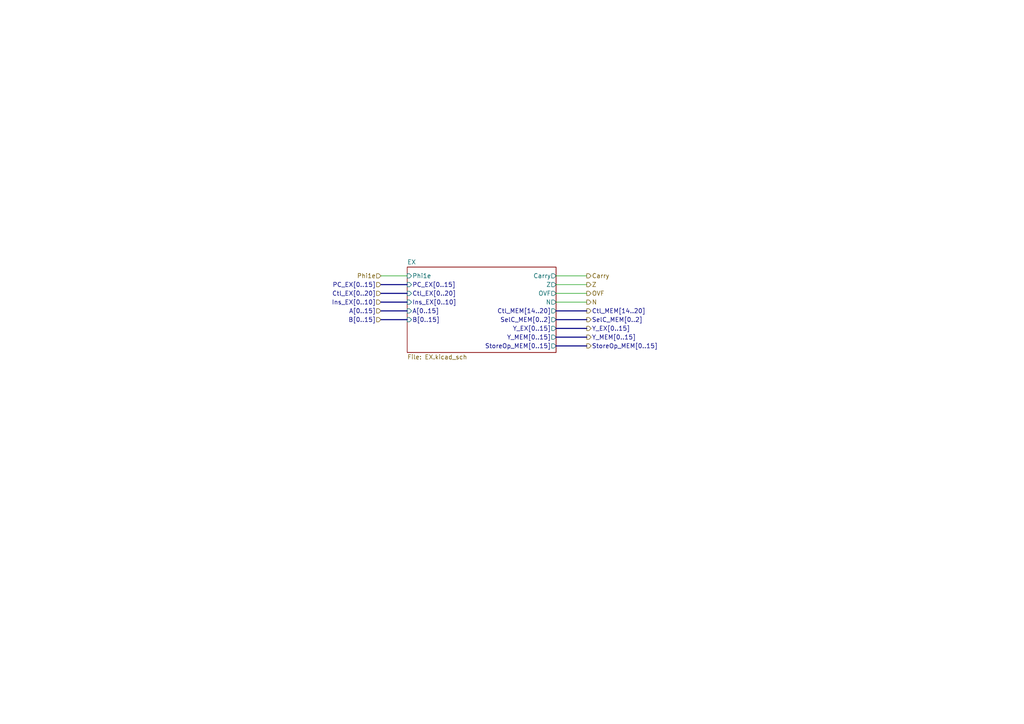
<source format=kicad_sch>
(kicad_sch
	(version 20250114)
	(generator "eeschema")
	(generator_version "9.0")
	(uuid "8b7400fb-8e9d-4842-8352-d73f66f26168")
	(paper "A4")
	(title_block
		(date "2025-07-02")
		(rev "A")
	)
	(lib_symbols)
	(bus
		(pts
			(xy 110.49 82.55) (xy 118.11 82.55)
		)
		(stroke
			(width 0)
			(type default)
		)
		(uuid "0e62ff3e-871e-4af1-a266-7ed82651c03b")
	)
	(wire
		(pts
			(xy 161.29 82.55) (xy 170.18 82.55)
		)
		(stroke
			(width 0)
			(type default)
		)
		(uuid "2403d548-799d-446e-8c7d-c914d679c9da")
	)
	(bus
		(pts
			(xy 161.29 95.25) (xy 170.18 95.25)
		)
		(stroke
			(width 0)
			(type default)
		)
		(uuid "2d9287dc-c4c1-446f-9994-0aad09506e0e")
	)
	(bus
		(pts
			(xy 161.29 90.17) (xy 170.18 90.17)
		)
		(stroke
			(width 0)
			(type default)
		)
		(uuid "2e53ee5a-9df8-482b-babb-03ac3c30a75b")
	)
	(bus
		(pts
			(xy 161.29 100.33) (xy 170.18 100.33)
		)
		(stroke
			(width 0)
			(type default)
		)
		(uuid "470bc682-14c5-4222-966c-39fa0e3929af")
	)
	(bus
		(pts
			(xy 161.29 92.71) (xy 170.18 92.71)
		)
		(stroke
			(width 0)
			(type default)
		)
		(uuid "49f6e41d-2a35-44a5-a34a-61f4099ed1cc")
	)
	(wire
		(pts
			(xy 161.29 87.63) (xy 170.18 87.63)
		)
		(stroke
			(width 0)
			(type default)
		)
		(uuid "6e249ff1-4ecc-4988-9e9c-90d5f04faf04")
	)
	(bus
		(pts
			(xy 110.49 90.17) (xy 118.11 90.17)
		)
		(stroke
			(width 0)
			(type default)
		)
		(uuid "817288b4-e499-47fb-aea8-0d65e04e4761")
	)
	(wire
		(pts
			(xy 161.29 80.01) (xy 170.18 80.01)
		)
		(stroke
			(width 0)
			(type default)
		)
		(uuid "a2f7036d-df26-482c-9e60-9bf750f84ed3")
	)
	(bus
		(pts
			(xy 161.29 97.79) (xy 170.18 97.79)
		)
		(stroke
			(width 0)
			(type default)
		)
		(uuid "a69dc92f-a1a3-4ff6-8871-f5cb2128be7b")
	)
	(wire
		(pts
			(xy 110.49 80.01) (xy 118.11 80.01)
		)
		(stroke
			(width 0)
			(type default)
		)
		(uuid "b31bf751-5f7e-4b0b-bb5f-343228e27bce")
	)
	(bus
		(pts
			(xy 110.49 92.71) (xy 118.11 92.71)
		)
		(stroke
			(width 0)
			(type default)
		)
		(uuid "d2dcc186-74a4-42a5-97c6-aa191e3c415b")
	)
	(bus
		(pts
			(xy 110.49 85.09) (xy 118.11 85.09)
		)
		(stroke
			(width 0)
			(type default)
		)
		(uuid "e2657ffc-c61a-42cf-9245-74e0a427940b")
	)
	(wire
		(pts
			(xy 161.29 85.09) (xy 170.18 85.09)
		)
		(stroke
			(width 0)
			(type default)
		)
		(uuid "f743149d-095e-4776-9111-f7ae6c65f362")
	)
	(bus
		(pts
			(xy 110.49 87.63) (xy 118.11 87.63)
		)
		(stroke
			(width 0)
			(type default)
		)
		(uuid "f77841f5-2b74-43a0-9bfa-bb4ab2e6471c")
	)
	(hierarchical_label "OVF"
		(shape output)
		(at 170.18 85.09 0)
		(effects
			(font
				(size 1.27 1.27)
			)
			(justify left)
		)
		(uuid "009dcd33-520b-40ba-8fc6-a8925ac44ec0")
	)
	(hierarchical_label "Y_EX[0..15]"
		(shape output)
		(at 170.18 95.25 0)
		(effects
			(font
				(size 1.27 1.27)
			)
			(justify left)
		)
		(uuid "14a34d52-cd52-4615-b4c7-58406fce7f1c")
	)
	(hierarchical_label "SelC_MEM[0..2]"
		(shape output)
		(at 170.18 92.71 0)
		(effects
			(font
				(size 1.27 1.27)
			)
			(justify left)
		)
		(uuid "69490580-a1e8-4df4-b3b0-f35f22c51725")
	)
	(hierarchical_label "Z"
		(shape output)
		(at 170.18 82.55 0)
		(effects
			(font
				(size 1.27 1.27)
			)
			(justify left)
		)
		(uuid "818e39af-5311-4619-9473-0bf85e74f3a9")
	)
	(hierarchical_label "Ctl_MEM[14..20]"
		(shape output)
		(at 170.18 90.17 0)
		(effects
			(font
				(size 1.27 1.27)
			)
			(justify left)
		)
		(uuid "8d570c46-f603-46e3-a7c0-5cf97fe02b44")
	)
	(hierarchical_label "PC_EX[0..15]"
		(shape input)
		(at 110.49 82.55 180)
		(effects
			(font
				(size 1.27 1.27)
			)
			(justify right)
		)
		(uuid "9314ab51-faf8-42c0-8c58-fb1ebb5d8444")
	)
	(hierarchical_label "B[0..15]"
		(shape input)
		(at 110.49 92.71 180)
		(effects
			(font
				(size 1.27 1.27)
			)
			(justify right)
		)
		(uuid "9f03b0cc-2a0a-4ca6-afd1-b90c0935afad")
	)
	(hierarchical_label "Y_MEM[0..15]"
		(shape output)
		(at 170.18 97.79 0)
		(effects
			(font
				(size 1.27 1.27)
			)
			(justify left)
		)
		(uuid "add7f59a-708c-4bb5-b8cb-d6b00e3a9ce5")
	)
	(hierarchical_label "A[0..15]"
		(shape input)
		(at 110.49 90.17 180)
		(effects
			(font
				(size 1.27 1.27)
			)
			(justify right)
		)
		(uuid "b087a4a5-4062-47b5-8483-cd0c2ea14722")
	)
	(hierarchical_label "StoreOp_MEM[0..15]"
		(shape output)
		(at 170.18 100.33 0)
		(effects
			(font
				(size 1.27 1.27)
			)
			(justify left)
		)
		(uuid "b555eecc-6fa8-437a-9a09-7771435ebb09")
	)
	(hierarchical_label "Ctl_EX[0..20]"
		(shape input)
		(at 110.49 85.09 180)
		(effects
			(font
				(size 1.27 1.27)
			)
			(justify right)
		)
		(uuid "b9fae367-d77c-4b90-81f0-8f52af0bb71b")
	)
	(hierarchical_label "Ins_EX[0..10]"
		(shape input)
		(at 110.49 87.63 180)
		(effects
			(font
				(size 1.27 1.27)
			)
			(justify right)
		)
		(uuid "c81aff14-81c9-4011-a729-1c6af3281241")
	)
	(hierarchical_label "Carry"
		(shape output)
		(at 170.18 80.01 0)
		(effects
			(font
				(size 1.27 1.27)
			)
			(justify left)
		)
		(uuid "d04471d1-4b31-4407-b2a8-a3532cf5d1c5")
	)
	(hierarchical_label "N"
		(shape output)
		(at 170.18 87.63 0)
		(effects
			(font
				(size 1.27 1.27)
			)
			(justify left)
		)
		(uuid "d7130fb8-dbf7-48c1-9f7f-e788ac9c70f9")
	)
	(hierarchical_label "Phi1e"
		(shape input)
		(at 110.49 80.01 180)
		(effects
			(font
				(size 1.27 1.27)
			)
			(justify right)
		)
		(uuid "d7e76c12-0734-44bf-945f-205123d10ea9")
	)
	(sheet
		(at 118.11 77.47)
		(size 43.18 24.765)
		(exclude_from_sim no)
		(in_bom yes)
		(on_board yes)
		(dnp no)
		(fields_autoplaced yes)
		(stroke
			(width 0)
			(type solid)
		)
		(fill
			(color 0 0 0 0.0000)
		)
		(uuid "54d68a2e-0685-421b-bbc3-ead3c7c2b0a7")
		(property "Sheetname" "EX"
			(at 118.11 76.7584 0)
			(effects
				(font
					(size 1.27 1.27)
				)
				(justify left bottom)
			)
		)
		(property "Sheetfile" "EX.kicad_sch"
			(at 118.11 102.8196 0)
			(effects
				(font
					(size 1.27 1.27)
				)
				(justify left top)
			)
		)
		(pin "Y_MEM[0..15]" output
			(at 161.29 97.79 0)
			(uuid "bdc49074-b1fc-4680-9099-759b9e2ef261")
			(effects
				(font
					(size 1.27 1.27)
				)
				(justify right)
			)
		)
		(pin "Ctl_MEM[14..20]" output
			(at 161.29 90.17 0)
			(uuid "1d20d003-c728-44b7-9c77-27910a28705a")
			(effects
				(font
					(size 1.27 1.27)
				)
				(justify right)
			)
		)
		(pin "Z" output
			(at 161.29 82.55 0)
			(uuid "b8f1de3a-5690-4eb0-a798-00fca2fa1752")
			(effects
				(font
					(size 1.27 1.27)
				)
				(justify right)
			)
		)
		(pin "Carry" output
			(at 161.29 80.01 0)
			(uuid "7a49bea7-f01b-4cee-a14f-f20b849dcead")
			(effects
				(font
					(size 1.27 1.27)
				)
				(justify right)
			)
		)
		(pin "OVF" output
			(at 161.29 85.09 0)
			(uuid "cc28c653-0c7b-4ded-869e-b04b5cfb0b07")
			(effects
				(font
					(size 1.27 1.27)
				)
				(justify right)
			)
		)
		(pin "StoreOp_MEM[0..15]" output
			(at 161.29 100.33 0)
			(uuid "74a4f9dc-4426-4346-a1ea-3cc2f667fa73")
			(effects
				(font
					(size 1.27 1.27)
				)
				(justify right)
			)
		)
		(pin "SelC_MEM[0..2]" output
			(at 161.29 92.71 0)
			(uuid "b5cf4bff-d470-4dc3-8d0e-be3d5b8e78e4")
			(effects
				(font
					(size 1.27 1.27)
				)
				(justify right)
			)
		)
		(pin "Ctl_EX[0..20]" input
			(at 118.11 85.09 180)
			(uuid "3373cd1a-aa4a-4a6b-adde-f1af742c9d56")
			(effects
				(font
					(size 1.27 1.27)
				)
				(justify left)
			)
		)
		(pin "PC_EX[0..15]" input
			(at 118.11 82.55 180)
			(uuid "d8d50910-955a-49bd-988f-aa34ffd61bd5")
			(effects
				(font
					(size 1.27 1.27)
				)
				(justify left)
			)
		)
		(pin "Ins_EX[0..10]" input
			(at 118.11 87.63 180)
			(uuid "0f13f3f2-8c8d-4c88-8f2d-0e1435f54a22")
			(effects
				(font
					(size 1.27 1.27)
				)
				(justify left)
			)
		)
		(pin "A[0..15]" input
			(at 118.11 90.17 180)
			(uuid "0c47cb0c-3d51-4118-82cd-287d23144e8d")
			(effects
				(font
					(size 1.27 1.27)
				)
				(justify left)
			)
		)
		(pin "B[0..15]" input
			(at 118.11 92.71 180)
			(uuid "0f729417-bf6b-45a5-bf53-1912e35bf9d3")
			(effects
				(font
					(size 1.27 1.27)
				)
				(justify left)
			)
		)
		(pin "Y_EX[0..15]" output
			(at 161.29 95.25 0)
			(uuid "79ece478-ce2c-45f3-a41f-6f9603e6ec44")
			(effects
				(font
					(size 1.27 1.27)
				)
				(justify right)
			)
		)
		(pin "Phi1e" input
			(at 118.11 80.01 180)
			(uuid "20f9ee27-7455-4365-9eaf-f754c324686e")
			(effects
				(font
					(size 1.27 1.27)
				)
				(justify left)
			)
		)
		(pin "N" output
			(at 161.29 87.63 0)
			(uuid "e7197446-c922-4eec-9207-bfb017e83d97")
			(effects
				(font
					(size 1.27 1.27)
				)
				(justify right)
			)
		)
		(instances
			(project "MainBoard"
				(path "/83c5181e-f5ee-453c-ae5c-d7256ba8837d/637456a4-4ee5-48ca-bb06-9734ef3462ed"
					(page "8")
				)
			)
		)
	)
)

</source>
